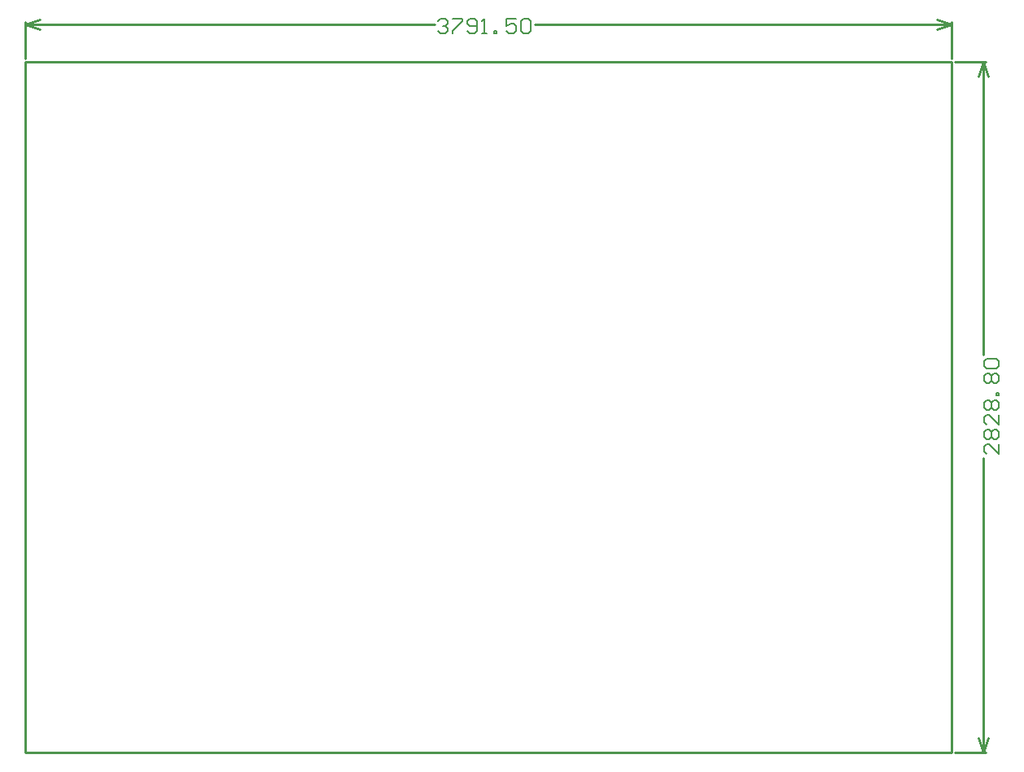
<source format=gbr>
G04*
G04 #@! TF.GenerationSoftware,Altium Limited,Altium Designer,24.0.1 (36)*
G04*
G04 Layer_Color=16711935*
%FSLAX25Y25*%
%MOIN*%
G70*
G04*
G04 #@! TF.SameCoordinates,A2E01C4A-C41F-4235-85C4-DC12FCC8AE1E*
G04*
G04*
G04 #@! TF.FilePolarity,Positive*
G04*
G01*
G75*
%ADD13C,0.00600*%
%ADD15C,0.01000*%
D13*
X601883Y331860D02*
Y327862D01*
X597885Y331860D01*
X596885D01*
X595885Y330861D01*
Y328861D01*
X596885Y327862D01*
Y333860D02*
X595885Y334859D01*
Y336859D01*
X596885Y337859D01*
X597885D01*
X598884Y336859D01*
X599884Y337859D01*
X600884D01*
X601883Y336859D01*
Y334859D01*
X600884Y333860D01*
X599884D01*
X598884Y334859D01*
X597885Y333860D01*
X596885D01*
X598884Y334859D02*
Y336859D01*
X601883Y343857D02*
Y339858D01*
X597885Y343857D01*
X596885D01*
X595885Y342857D01*
Y340858D01*
X596885Y339858D01*
Y345856D02*
X595885Y346856D01*
Y348855D01*
X596885Y349855D01*
X597885D01*
X598884Y348855D01*
X599884Y349855D01*
X600884D01*
X601883Y348855D01*
Y346856D01*
X600884Y345856D01*
X599884D01*
X598884Y346856D01*
X597885Y345856D01*
X596885D01*
X598884Y346856D02*
Y348855D01*
X601883Y351854D02*
X600884D01*
Y352854D01*
X601883D01*
Y351854D01*
X596885Y356852D02*
X595885Y357852D01*
Y359851D01*
X596885Y360851D01*
X597885D01*
X598884Y359851D01*
X599884Y360851D01*
X600884D01*
X601883Y359851D01*
Y357852D01*
X600884Y356852D01*
X599884D01*
X598884Y357852D01*
X597885Y356852D01*
X596885D01*
X598884Y357852D02*
Y359851D01*
X596885Y362850D02*
X595885Y363850D01*
Y365849D01*
X596885Y366849D01*
X600884D01*
X601883Y365849D01*
Y363850D01*
X600884Y362850D01*
X596885D01*
X372361Y505036D02*
X373361Y506035D01*
X375360D01*
X376360Y505036D01*
Y504036D01*
X375360Y503036D01*
X374360D01*
X375360D01*
X376360Y502037D01*
Y501037D01*
X375360Y500037D01*
X373361D01*
X372361Y501037D01*
X378359Y506035D02*
X382358D01*
Y505036D01*
X378359Y501037D01*
Y500037D01*
X384357Y501037D02*
X385357Y500037D01*
X387356D01*
X388356Y501037D01*
Y505036D01*
X387356Y506035D01*
X385357D01*
X384357Y505036D01*
Y504036D01*
X385357Y503036D01*
X388356D01*
X390355Y500037D02*
X392354D01*
X391355D01*
Y506035D01*
X390355Y505036D01*
X395354Y500037D02*
Y501037D01*
X396353D01*
Y500037D01*
X395354D01*
X404351Y506035D02*
X400352D01*
Y503036D01*
X402351Y504036D01*
X403351D01*
X404351Y503036D01*
Y501037D01*
X403351Y500037D01*
X401352D01*
X400352Y501037D01*
X406350Y505036D02*
X407350Y506035D01*
X409349D01*
X410349Y505036D01*
Y501037D01*
X409349Y500037D01*
X407350D01*
X406350Y501037D01*
Y505036D01*
D15*
X582530Y488380D02*
X582530Y205500D01*
X203500D02*
X582530D01*
X203380Y205620D02*
X203500Y205500D01*
X203380Y205620D02*
Y488380D01*
X582530D01*
X595677D02*
X597677Y482380D01*
X593677D02*
X595677Y488380D01*
X593677Y211500D02*
X595677Y205500D01*
X597677Y211500D01*
X595677Y368449D02*
Y488380D01*
Y205500D02*
Y326262D01*
X584030Y488380D02*
X596677D01*
X584030Y205500D02*
X596677D01*
X576530Y501636D02*
X582530Y503636D01*
X576530Y505636D02*
X582530Y503636D01*
X203380D02*
X209380Y505636D01*
X203380Y503636D02*
X209380Y501636D01*
X411949Y503636D02*
X582530D01*
X203380D02*
X370761D01*
X582530Y489880D02*
Y504636D01*
X203380Y489880D02*
Y504636D01*
M02*

</source>
